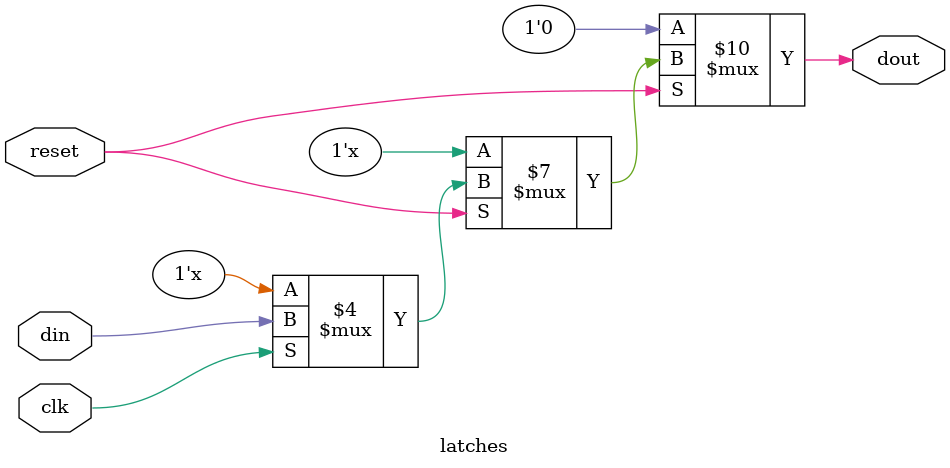
<source format=v>
`timescale 1ns / 1ps


module latches(
    input clk,
    input din,
    input reset,
    output reg dout
    );
    
    always @(clk or din or reset)
    begin
    if(!reset)
        dout = 1'b0;
    else if(clk)    
        dout = din;
    end 
endmodule

</source>
